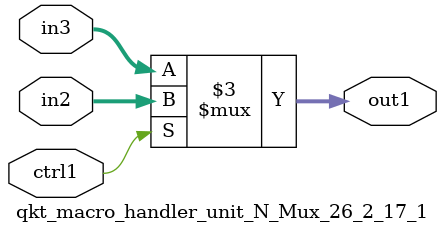
<source format=v>

`timescale 1ps / 1ps


module qkt_macro_handler_unit_N_Mux_26_2_17_1( in3, in2, ctrl1, out1 );

    input [25:0] in3;
    input [25:0] in2;
    input ctrl1;
    output [25:0] out1;
    reg [25:0] out1;

    
    // rtl_process:qkt_macro_handler_unit_N_Mux_26_2_17_1/qkt_macro_handler_unit_N_Mux_26_2_17_1_thread_1
    always @*
      begin : qkt_macro_handler_unit_N_Mux_26_2_17_1_thread_1
        case (ctrl1) 
          1'b1: 
            begin
              out1 = in2;
            end
          default: 
            begin
              out1 = in3;
            end
        endcase
      end

endmodule



</source>
